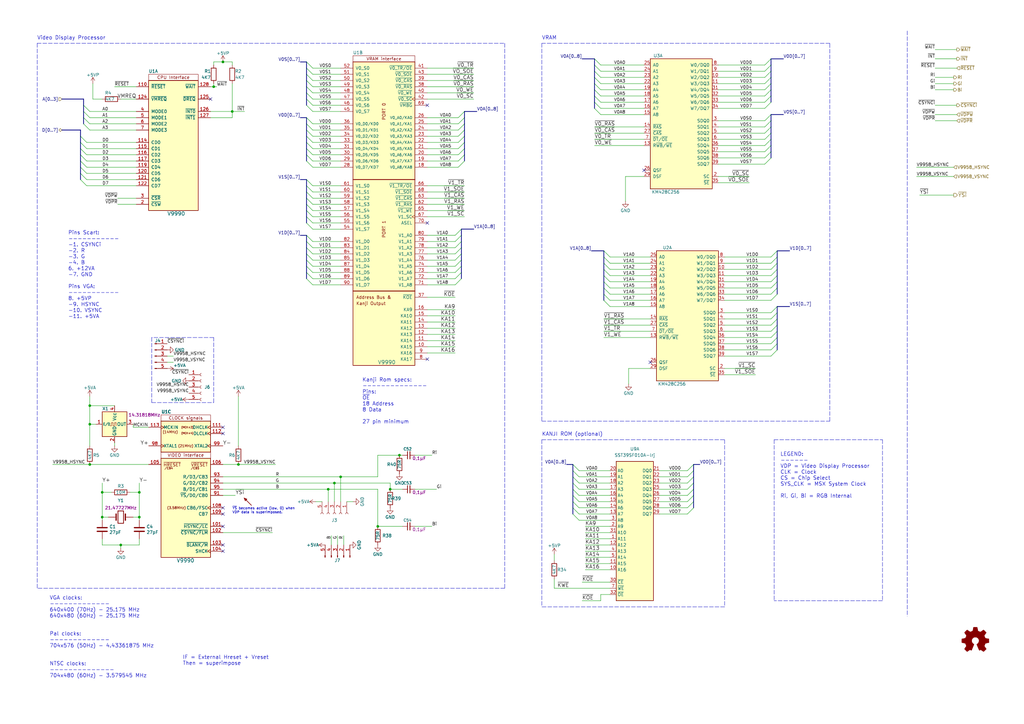
<source format=kicad_sch>
(kicad_sch (version 20211123) (generator eeschema)
  (paper "A3")
  (title_block (title "TRH9000D") (date "2022-12-29") (rev "AB") (comment 2 "Shared under CERN-OHL-S license") (comment 3 "TRH9000 - Open Source MSX Graphics Card based on the Yamaha V9990") (comment 4 "Designed  by: Cristiano Goncalves, Doomn00b, SD_Snatcher & Sunrise"))
  (junction (at 57.15 212.09))
  (junction (at 41.91 212.09))
  (junction (at 134.62 200.66))
  (junction (at 163.83 186.69))
  (junction (at 41.91 201.93))
  (junction (at 57.15 201.93))
  (junction (at 87.63 35.56))
  (junction (at 95.25 45.72))
  (junction (at 97.79 190.5))
  (junction (at 137.16 198.12))
  (junction (at 160.02 200.66))
  (junction (at 139.7 195.58))
  (junction (at 36.83 173.99))
  (junction (at 154.94 215.9))
  (junction (at 91.44 25.4))
  (junction (at 36.83 166.37))
  (junction (at 49.53 223.52))
  (junction (at 36.83 190.5))
  (no_connect (at 86.36 40.64))
  (no_connect (at 266.7 148.59))
  (no_connect (at 175.26 43.18))
  (no_connect (at 91.44 175.26))
  (no_connect (at 91.44 177.8))
  (no_connect (at 91.44 208.28))
  (no_connect (at 91.44 210.82))
  (no_connect (at 264.16 69.85))
  (no_connect (at 91.44 226.06))
  (no_connect (at 91.44 223.52))
  (no_connect (at 175.26 91.44))
  (no_connect (at 175.26 147.32))
  (no_connect (at 91.44 215.9))
  (bus_entry (at 125.73 78.74) (size 2.54 2.54))
  (bus_entry (at 125.73 83.82) (size 2.54 2.54))
  (bus_entry (at 33.02 58.42) (size 2.54 2.54))
  (bus_entry (at 247.65 118.11) (size 2.54 2.54))
  (bus_entry (at 234.95 208.28) (size 2.54 2.54))
  (bus_entry (at 33.02 71.12) (size 2.54 2.54))
  (bus_entry (at 284.48 190.5) (size -2.54 2.54))
  (bus_entry (at 318.77 120.65) (size -2.54 2.54))
  (bus_entry (at 316.23 36.83) (size -2.54 2.54))
  (bus_entry (at 234.95 190.5) (size 2.54 2.54))
  (bus_entry (at 318.77 115.57) (size -2.54 2.54))
  (bus_entry (at 318.77 118.11) (size -2.54 2.54))
  (bus_entry (at 190.5 66.04) (size -2.54 2.54))
  (bus_entry (at 318.77 113.03) (size -2.54 2.54))
  (bus_entry (at 318.77 143.51) (size -2.54 2.54))
  (bus_entry (at 33.02 55.88) (size 2.54 2.54))
  (bus_entry (at 247.65 123.19) (size 2.54 2.54))
  (bus_entry (at 234.95 200.66) (size 2.54 2.54))
  (bus_entry (at 318.77 102.87) (size -2.54 2.54))
  (bus_entry (at 284.48 198.12) (size -2.54 2.54))
  (bus_entry (at 316.23 57.15) (size -2.54 2.54))
  (bus_entry (at 125.73 104.14) (size 2.54 2.54))
  (bus_entry (at 316.23 54.61) (size -2.54 2.54))
  (bus_entry (at 247.65 107.95) (size 2.54 2.54))
  (bus_entry (at 189.23 111.76) (size -2.54 2.54))
  (bus_entry (at 189.23 106.68) (size -2.54 2.54))
  (bus_entry (at 125.73 30.48) (size 2.54 2.54))
  (bus_entry (at 316.23 49.53) (size -2.54 2.54))
  (bus_entry (at 125.73 40.64) (size 2.54 2.54))
  (bus_entry (at 190.5 50.8) (size -2.54 2.54))
  (bus_entry (at 125.73 43.18) (size 2.54 2.54))
  (bus_entry (at 284.48 193.04) (size -2.54 2.54))
  (bus_entry (at 125.73 101.6) (size 2.54 2.54))
  (bus_entry (at 125.73 99.06) (size 2.54 2.54))
  (bus_entry (at 234.95 205.74) (size 2.54 2.54))
  (bus_entry (at 316.23 39.37) (size -2.54 2.54))
  (bus_entry (at 316.23 62.23) (size -2.54 2.54))
  (bus_entry (at 284.48 203.2) (size -2.54 2.54))
  (bus_entry (at 284.48 205.74) (size -2.54 2.54))
  (bus_entry (at 247.65 115.57) (size 2.54 2.54))
  (bus_entry (at 243.84 44.45) (size 2.54 2.54))
  (bus_entry (at 125.73 58.42) (size 2.54 2.54))
  (bus_entry (at 125.73 91.44) (size 2.54 2.54))
  (bus_entry (at 234.95 210.82) (size 2.54 2.54))
  (bus_entry (at 284.48 195.58) (size -2.54 2.54))
  (bus_entry (at 243.84 24.13) (size 2.54 2.54))
  (bus_entry (at 316.23 31.75) (size -2.54 2.54))
  (bus_entry (at 247.65 113.03) (size 2.54 2.54))
  (bus_entry (at 316.23 59.69) (size -2.54 2.54))
  (bus_entry (at 284.48 208.28) (size -2.54 2.54))
  (bus_entry (at 34.29 50.8) (size 2.54 2.54))
  (bus_entry (at 247.65 102.87) (size 2.54 2.54))
  (bus_entry (at 125.73 25.4) (size 2.54 2.54))
  (bus_entry (at 243.84 31.75) (size 2.54 2.54))
  (bus_entry (at 318.77 133.35) (size -2.54 2.54))
  (bus_entry (at 34.29 45.72) (size 2.54 2.54))
  (bus_entry (at 190.5 55.88) (size -2.54 2.54))
  (bus_entry (at 316.23 52.07) (size -2.54 2.54))
  (bus_entry (at 125.73 53.34) (size 2.54 2.54))
  (bus_entry (at 189.23 99.06) (size -2.54 2.54))
  (bus_entry (at 316.23 34.29) (size -2.54 2.54))
  (bus_entry (at 125.73 50.8) (size 2.54 2.54))
  (bus_entry (at 318.77 130.81) (size -2.54 2.54))
  (bus_entry (at 316.23 26.67) (size -2.54 2.54))
  (bus_entry (at 190.5 63.5) (size -2.54 2.54))
  (bus_entry (at 125.73 60.96) (size 2.54 2.54))
  (bus_entry (at 125.73 63.5) (size 2.54 2.54))
  (bus_entry (at 125.73 38.1) (size 2.54 2.54))
  (bus_entry (at 125.73 35.56) (size 2.54 2.54))
  (bus_entry (at 125.73 48.26) (size 2.54 2.54))
  (bus_entry (at 243.84 34.29) (size 2.54 2.54))
  (bus_entry (at 316.23 64.77) (size -2.54 2.54))
  (bus_entry (at 316.23 24.13) (size -2.54 2.54))
  (bus_entry (at 243.84 41.91) (size 2.54 2.54))
  (bus_entry (at 34.29 43.18) (size 2.54 2.54))
  (bus_entry (at 189.23 93.98) (size -2.54 2.54))
  (bus_entry (at 190.5 60.96) (size -2.54 2.54))
  (bus_entry (at 125.73 27.94) (size 2.54 2.54))
  (bus_entry (at 190.5 45.72) (size -2.54 2.54))
  (bus_entry (at 33.02 68.58) (size 2.54 2.54))
  (bus_entry (at 189.23 96.52) (size -2.54 2.54))
  (bus_entry (at 33.02 63.5) (size 2.54 2.54))
  (bus_entry (at 190.5 58.42) (size -2.54 2.54))
  (bus_entry (at 247.65 120.65) (size 2.54 2.54))
  (bus_entry (at 33.02 66.04) (size 2.54 2.54))
  (bus_entry (at 318.77 105.41) (size -2.54 2.54))
  (bus_entry (at 125.73 55.88) (size 2.54 2.54))
  (bus_entry (at 284.48 200.66) (size -2.54 2.54))
  (bus_entry (at 125.73 76.2) (size 2.54 2.54))
  (bus_entry (at 125.73 106.68) (size 2.54 2.54))
  (bus_entry (at 247.65 110.49) (size 2.54 2.54))
  (bus_entry (at 318.77 107.95) (size -2.54 2.54))
  (bus_entry (at 189.23 114.3) (size -2.54 2.54))
  (bus_entry (at 243.84 36.83) (size 2.54 2.54))
  (bus_entry (at 318.77 140.97) (size -2.54 2.54))
  (bus_entry (at 316.23 46.99) (size -2.54 2.54))
  (bus_entry (at 189.23 101.6) (size -2.54 2.54))
  (bus_entry (at 243.84 39.37) (size 2.54 2.54))
  (bus_entry (at 33.02 60.96) (size 2.54 2.54))
  (bus_entry (at 234.95 195.58) (size 2.54 2.54))
  (bus_entry (at 318.77 125.73) (size -2.54 2.54))
  (bus_entry (at 34.29 48.26) (size 2.54 2.54))
  (bus_entry (at 125.73 109.22) (size 2.54 2.54))
  (bus_entry (at 125.73 73.66) (size 2.54 2.54))
  (bus_entry (at 247.65 105.41) (size 2.54 2.54))
  (bus_entry (at 318.77 110.49) (size -2.54 2.54))
  (bus_entry (at 318.77 138.43) (size -2.54 2.54))
  (bus_entry (at 33.02 73.66) (size 2.54 2.54))
  (bus_entry (at 190.5 48.26) (size -2.54 2.54))
  (bus_entry (at 125.73 33.02) (size 2.54 2.54))
  (bus_entry (at 189.23 109.22) (size -2.54 2.54))
  (bus_entry (at 125.73 86.36) (size 2.54 2.54))
  (bus_entry (at 234.95 203.2) (size 2.54 2.54))
  (bus_entry (at 316.23 29.21) (size -2.54 2.54))
  (bus_entry (at 125.73 66.04) (size 2.54 2.54))
  (bus_entry (at 318.77 128.27) (size -2.54 2.54))
  (bus_entry (at 243.84 29.21) (size 2.54 2.54))
  (bus_entry (at 125.73 114.3) (size 2.54 2.54))
  (bus_entry (at 125.73 96.52) (size 2.54 2.54))
  (bus_entry (at 316.23 41.91) (size -2.54 2.54))
  (bus_entry (at 189.23 104.14) (size -2.54 2.54))
  (bus_entry (at 318.77 135.89) (size -2.54 2.54))
  (bus_entry (at 243.84 26.67) (size 2.54 2.54))
  (bus_entry (at 125.73 81.28) (size 2.54 2.54))
  (bus_entry (at 234.95 198.12) (size 2.54 2.54))
  (bus_entry (at 190.5 53.34) (size -2.54 2.54))
  (bus_entry (at 234.95 193.04) (size 2.54 2.54))
  (bus_entry (at 125.73 88.9) (size 2.54 2.54))
  (bus_entry (at 125.73 111.76) (size 2.54 2.54))
  (bus (pts (xy 189.23 96.52) (xy 189.23 99.06)))
  (wire (pts (xy 246.38 46.99) (xy 264.16 46.99)))
  (wire (pts (xy 41.91 201.93) (xy 41.91 212.09)))
  (wire (pts (xy 175.26 129.54) (xy 186.69 129.54)))
  (wire (pts (xy 91.44 218.44) (xy 111.76 218.44)))
  (bus (pts (xy 33.02 68.58) (xy 33.02 71.12)))
  (bus (pts (xy 318.77 133.35) (xy 318.77 135.89)))
  (bus (pts (xy 234.95 190.5) (xy 232.41 190.5)))
  (wire (pts (xy 250.19 205.74) (xy 237.49 205.74)))
  (wire (pts (xy 49.53 224.79) (xy 49.53 223.52)))
  (wire (pts (xy 41.91 220.98) (xy 41.91 223.52)))
  (wire (pts (xy 250.19 123.19) (xy 266.7 123.19)))
  (wire (pts (xy 246.38 26.67) (xy 264.16 26.67)))
  (wire (pts (xy 139.7 83.82) (xy 128.27 83.82)))
  (wire (pts (xy 294.64 29.21) (xy 313.69 29.21)))
  (bus (pts (xy 247.65 115.57) (xy 247.65 118.11)))
  (wire (pts (xy 46.99 35.56) (xy 55.88 35.56)))
  (wire (pts (xy 36.83 173.99) (xy 36.83 182.88)))
  (bus (pts (xy 243.84 24.13) (xy 243.84 26.67)))
  (bus (pts (xy 33.02 60.96) (xy 33.02 63.5)))
  (bus (pts (xy 284.48 200.66) (xy 284.48 203.2)))
  (wire (pts (xy 139.7 55.88) (xy 128.27 55.88)))
  (wire (pts (xy 175.26 111.76) (xy 186.69 111.76)))
  (wire (pts (xy 139.7 50.8) (xy 128.27 50.8)))
  (wire (pts (xy 35.56 63.5) (xy 55.88 63.5)))
  (bus (pts (xy 125.73 50.8) (xy 125.73 53.34)))
  (wire (pts (xy 383.54 46.99) (xy 392.43 46.99)))
  (wire (pts (xy 87.63 34.29) (xy 87.63 35.56)))
  (polyline (pts (xy 372.11 12.7) (xy 372.11 252.73)))
  (wire (pts (xy 95.25 48.26) (xy 95.25 45.72)))
  (bus (pts (xy 243.84 34.29) (xy 243.84 36.83)))
  (wire (pts (xy 139.7 78.74) (xy 128.27 78.74)))
  (wire (pts (xy 297.18 128.27) (xy 316.23 128.27)))
  (wire (pts (xy 294.64 31.75) (xy 313.69 31.75)))
  (bus (pts (xy 316.23 49.53) (xy 316.23 52.07)))
  (polyline (pts (xy 222.25 172.72) (xy 340.36 172.72)))
  (bus (pts (xy 190.5 45.72) (xy 190.5 48.26)))
  (wire (pts (xy 71.12 146.05) (xy 68.58 146.05)))
  (bus (pts (xy 33.02 71.12) (xy 33.02 73.66)))
  (wire (pts (xy 54.61 212.09) (xy 57.15 212.09)))
  (wire (pts (xy 175.26 40.64) (xy 194.31 40.64)))
  (bus (pts (xy 190.5 53.34) (xy 190.5 55.88)))
  (bus (pts (xy 189.23 104.14) (xy 189.23 106.68)))
  (wire (pts (xy 194.31 38.1) (xy 175.26 38.1)))
  (wire (pts (xy 190.5 76.2) (xy 175.26 76.2)))
  (wire (pts (xy 139.7 33.02) (xy 128.27 33.02)))
  (polyline (pts (xy 62.23 165.1) (xy 87.63 165.1)))
  (bus (pts (xy 316.23 59.69) (xy 316.23 62.23)))
  (polyline (pts (xy 317.5 180.34) (xy 361.95 180.34)))
  (wire (pts (xy 238.76 238.76) (xy 250.19 238.76)))
  (bus (pts (xy 247.65 102.87) (xy 247.65 105.41)))
  (wire (pts (xy 91.44 190.5) (xy 97.79 190.5)))
  (bus (pts (xy 316.23 52.07) (xy 316.23 54.61)))
  (bus (pts (xy 234.95 195.58) (xy 234.95 198.12)))
  (wire (pts (xy 87.63 25.4) (xy 87.63 26.67)))
  (bus (pts (xy 284.48 203.2) (xy 284.48 205.74)))
  (wire (pts (xy 297.18 135.89) (xy 316.23 135.89)))
  (wire (pts (xy 139.7 27.94) (xy 128.27 27.94)))
  (bus (pts (xy 318.77 125.73) (xy 318.77 128.27)))
  (wire (pts (xy 294.64 26.67) (xy 313.69 26.67)))
  (wire (pts (xy 294.64 49.53) (xy 313.69 49.53)))
  (bus (pts (xy 247.65 113.03) (xy 247.65 115.57)))
  (wire (pts (xy 137.16 198.12) (xy 160.02 198.12)))
  (polyline (pts (xy 340.36 172.72) (xy 340.36 17.78)))
  (wire (pts (xy 35.56 68.58) (xy 55.88 68.58)))
  (wire (pts (xy 170.18 186.69) (xy 177.165 186.69)))
  (wire (pts (xy 294.64 72.39) (xy 307.34 72.39)))
  (wire (pts (xy 175.26 139.7) (xy 186.69 139.7)))
  (wire (pts (xy 36.83 48.26) (xy 55.88 48.26)))
  (bus (pts (xy 125.73 86.36) (xy 125.73 88.9)))
  (wire (pts (xy 35.56 71.12) (xy 55.88 71.12)))
  (wire (pts (xy 250.19 215.9) (xy 240.03 215.9)))
  (bus (pts (xy 189.23 101.6) (xy 189.23 104.14)))
  (wire (pts (xy 190.5 86.36) (xy 175.26 86.36)))
  (bus (pts (xy 125.73 53.34) (xy 125.73 55.88)))
  (wire (pts (xy 190.5 81.28) (xy 175.26 81.28)))
  (bus (pts (xy 318.77 115.57) (xy 318.77 118.11)))
  (wire (pts (xy 175.26 114.3) (xy 186.69 114.3)))
  (bus (pts (xy 125.73 25.4) (xy 125.73 27.94)))
  (bus (pts (xy 125.73 88.9) (xy 125.73 91.44)))
  (wire (pts (xy 91.44 198.12) (xy 137.16 198.12)))
  (bus (pts (xy 318.77 138.43) (xy 318.77 140.97)))
  (bus (pts (xy 189.23 111.76) (xy 189.23 114.3)))
  (wire (pts (xy 190.5 83.82) (xy 175.26 83.82)))
  (bus (pts (xy 316.23 34.29) (xy 316.23 36.83)))
  (wire (pts (xy 41.91 223.52) (xy 49.53 223.52)))
  (bus (pts (xy 243.84 39.37) (xy 243.84 41.91)))
  (wire (pts (xy 139.7 63.5) (xy 128.27 63.5)))
  (wire (pts (xy 246.38 31.75) (xy 264.16 31.75)))
  (bus (pts (xy 316.23 54.61) (xy 316.23 57.15)))
  (wire (pts (xy 383.54 24.13) (xy 392.43 24.13)))
  (wire (pts (xy 139.7 91.44) (xy 128.27 91.44)))
  (bus (pts (xy 125.73 81.28) (xy 125.73 83.82)))
  (wire (pts (xy 250.19 213.36) (xy 237.49 213.36)))
  (wire (pts (xy 38.1 40.64) (xy 41.91 40.64)))
  (wire (pts (xy 175.26 55.88) (xy 187.96 55.88)))
  (bus (pts (xy 234.95 190.5) (xy 234.95 193.04)))
  (wire (pts (xy 294.64 74.93) (xy 307.34 74.93)))
  (polyline (pts (xy 15.24 17.78) (xy 207.01 17.78)))
  (wire (pts (xy 35.56 58.42) (xy 55.88 58.42)))
  (wire (pts (xy 250.19 195.58) (xy 237.49 195.58)))
  (wire (pts (xy 194.31 27.94) (xy 175.26 27.94)))
  (wire (pts (xy 246.38 39.37) (xy 264.16 39.37)))
  (wire (pts (xy 139.7 60.96) (xy 128.27 60.96)))
  (bus (pts (xy 284.48 190.5) (xy 284.48 193.04)))
  (wire (pts (xy 139.7 114.3) (xy 128.27 114.3)))
  (bus (pts (xy 125.73 35.56) (xy 125.73 38.1)))
  (bus (pts (xy 316.23 29.21) (xy 316.23 31.75)))
  (bus (pts (xy 125.73 73.66) (xy 123.19 73.66)))
  (wire (pts (xy 250.19 233.68) (xy 240.03 233.68)))
  (wire (pts (xy 175.26 63.5) (xy 187.96 63.5)))
  (wire (pts (xy 139.7 104.14) (xy 128.27 104.14)))
  (wire (pts (xy 154.94 186.69) (xy 154.94 195.58)))
  (polyline (pts (xy 361.95 246.38) (xy 317.5 246.38)))
  (bus (pts (xy 318.77 102.87) (xy 323.85 102.87)))
  (wire (pts (xy 270.51 195.58) (xy 281.94 195.58)))
  (bus (pts (xy 125.73 76.2) (xy 125.73 78.74)))
  (wire (pts (xy 383.54 34.29) (xy 391.16 34.29)))
  (wire (pts (xy 175.26 66.04) (xy 187.96 66.04)))
  (bus (pts (xy 189.23 109.22) (xy 189.23 111.76)))
  (bus (pts (xy 247.65 105.41) (xy 247.65 107.95)))
  (bus (pts (xy 247.65 118.11) (xy 247.65 120.65)))
  (wire (pts (xy 264.16 59.69) (xy 243.84 59.69)))
  (wire (pts (xy 294.64 36.83) (xy 313.69 36.83)))
  (bus (pts (xy 190.5 50.8) (xy 190.5 53.34)))
  (wire (pts (xy 49.53 40.64) (xy 55.88 40.64)))
  (wire (pts (xy 139.7 45.72) (xy 128.27 45.72)))
  (wire (pts (xy 139.7 76.2) (xy 128.27 76.2)))
  (bus (pts (xy 318.77 140.97) (xy 318.77 143.51)))
  (wire (pts (xy 297.18 115.57) (xy 316.23 115.57)))
  (bus (pts (xy 318.77 128.27) (xy 318.77 130.81)))
  (wire (pts (xy 250.19 223.52) (xy 240.03 223.52)))
  (wire (pts (xy 383.54 49.53) (xy 392.43 49.53)))
  (wire (pts (xy 86.36 45.72) (xy 95.25 45.72)))
  (wire (pts (xy 227.33 237.49) (xy 227.33 241.3)))
  (bus (pts (xy 125.73 96.52) (xy 125.73 99.06)))
  (bus (pts (xy 125.73 58.42) (xy 125.73 60.96)))
  (wire (pts (xy 250.19 105.41) (xy 266.7 105.41)))
  (wire (pts (xy 38.1 34.29) (xy 38.1 40.64)))
  (wire (pts (xy 175.26 30.48) (xy 194.31 30.48)))
  (wire (pts (xy 270.51 193.04) (xy 281.94 193.04)))
  (wire (pts (xy 294.64 52.07) (xy 313.69 52.07)))
  (wire (pts (xy 154.94 200.66) (xy 154.94 215.9)))
  (wire (pts (xy 297.18 118.11) (xy 316.23 118.11)))
  (bus (pts (xy 33.02 58.42) (xy 33.02 60.96)))
  (wire (pts (xy 250.19 210.82) (xy 237.49 210.82)))
  (wire (pts (xy 45.72 201.93) (xy 41.91 201.93)))
  (wire (pts (xy 57.15 223.52) (xy 57.15 220.98)))
  (bus (pts (xy 125.73 48.26) (xy 125.73 50.8)))
  (bus (pts (xy 316.23 31.75) (xy 316.23 34.29)))
  (wire (pts (xy 250.19 120.65) (xy 266.7 120.65)))
  (wire (pts (xy 256.54 72.39) (xy 264.16 72.39)))
  (wire (pts (xy 48.26 83.82) (xy 55.88 83.82)))
  (bus (pts (xy 189.23 99.06) (xy 189.23 101.6)))
  (wire (pts (xy 139.7 38.1) (xy 128.27 38.1)))
  (wire (pts (xy 175.26 127) (xy 186.69 127)))
  (polyline (pts (xy 87.63 138.43) (xy 62.23 138.43)))
  (wire (pts (xy 139.7 66.04) (xy 128.27 66.04)))
  (bus (pts (xy 125.73 30.48) (xy 125.73 33.02)))
  (wire (pts (xy 297.18 143.51) (xy 316.23 143.51)))
  (bus (pts (xy 318.77 107.95) (xy 318.77 110.49)))
  (bus (pts (xy 125.73 96.52) (xy 123.19 96.52)))
  (wire (pts (xy 246.38 29.21) (xy 264.16 29.21)))
  (wire (pts (xy 266.7 130.81) (xy 247.65 130.81)))
  (wire (pts (xy 129.54 205.74) (xy 132.08 205.74)))
  (wire (pts (xy 266.7 133.35) (xy 247.65 133.35)))
  (bus (pts (xy 247.65 110.49) (xy 247.65 113.03)))
  (wire (pts (xy 138.43 223.52) (xy 138.43 219.71)))
  (wire (pts (xy 175.26 78.74) (xy 190.5 78.74)))
  (wire (pts (xy 139.7 101.6) (xy 128.27 101.6)))
  (bus (pts (xy 190.5 63.5) (xy 190.5 66.04)))
  (polyline (pts (xy 222.25 17.78) (xy 222.25 172.72)))
  (wire (pts (xy 250.19 228.6) (xy 240.03 228.6)))
  (wire (pts (xy 95.25 25.4) (xy 95.25 26.67)))
  (bus (pts (xy 318.77 105.41) (xy 318.77 107.95)))
  (wire (pts (xy 21.59 190.5) (xy 36.83 190.5)))
  (wire (pts (xy 175.26 88.9) (xy 190.5 88.9)))
  (bus (pts (xy 318.77 118.11) (xy 318.77 120.65)))
  (wire (pts (xy 139.7 88.9) (xy 128.27 88.9)))
  (wire (pts (xy 246.38 243.84) (xy 250.19 243.84)))
  (bus (pts (xy 190.5 55.88) (xy 190.5 58.42)))
  (bus (pts (xy 190.5 45.72) (xy 195.58 45.72)))
  (polyline (pts (xy 340.36 17.78) (xy 222.25 17.78)))
  (wire (pts (xy 294.64 54.61) (xy 313.69 54.61)))
  (wire (pts (xy 41.91 212.09) (xy 44.45 212.09)))
  (wire (pts (xy 250.19 218.44) (xy 240.03 218.44)))
  (bus (pts (xy 284.48 205.74) (xy 284.48 208.28)))
  (wire (pts (xy 175.26 109.22) (xy 186.69 109.22)))
  (wire (pts (xy 41.91 198.12) (xy 41.91 201.93)))
  (wire (pts (xy 246.38 34.29) (xy 264.16 34.29)))
  (bus (pts (xy 234.95 198.12) (xy 234.95 200.66)))
  (polyline (pts (xy 222.25 180.34) (xy 222.25 248.92)))
  (bus (pts (xy 284.48 190.5) (xy 287.02 190.5)))
  (wire (pts (xy 246.38 36.83) (xy 264.16 36.83)))
  (wire (pts (xy 250.19 200.66) (xy 237.49 200.66)))
  (wire (pts (xy 375.92 68.58) (xy 391.16 68.58)))
  (wire (pts (xy 250.19 198.12) (xy 237.49 198.12)))
  (wire (pts (xy 35.56 60.96) (xy 55.88 60.96)))
  (wire (pts (xy 270.51 198.12) (xy 281.94 198.12)))
  (wire (pts (xy 297.18 146.05) (xy 316.23 146.05)))
  (bus (pts (xy 125.73 101.6) (xy 125.73 104.14)))
  (wire (pts (xy 139.7 205.74) (xy 139.7 195.58)))
  (polyline (pts (xy 297.18 180.34) (xy 297.18 248.92)))
  (wire (pts (xy 377.19 80.01) (xy 391.16 80.01)))
  (bus (pts (xy 125.73 104.14) (xy 125.73 106.68)))
  (wire (pts (xy 383.54 27.94) (xy 392.43 27.94)))
  (wire (pts (xy 250.19 118.11) (xy 266.7 118.11)))
  (bus (pts (xy 125.73 111.76) (xy 125.73 114.3)))
  (wire (pts (xy 297.18 110.49) (xy 316.23 110.49)))
  (wire (pts (xy 297.18 133.35) (xy 316.23 133.35)))
  (bus (pts (xy 190.5 58.42) (xy 190.5 60.96)))
  (bus (pts (xy 125.73 33.02) (xy 125.73 35.56)))
  (bus (pts (xy 243.84 26.67) (xy 243.84 29.21)))
  (wire (pts (xy 91.44 203.2) (xy 96.52 203.2)))
  (wire (pts (xy 139.7 35.56) (xy 128.27 35.56)))
  (wire (pts (xy 36.83 53.34) (xy 55.88 53.34)))
  (wire (pts (xy 294.64 62.23) (xy 313.69 62.23)))
  (wire (pts (xy 250.19 220.98) (xy 240.03 220.98)))
  (wire (pts (xy 294.64 39.37) (xy 313.69 39.37)))
  (bus (pts (xy 190.5 60.96) (xy 190.5 63.5)))
  (bus (pts (xy 125.73 48.26) (xy 123.19 48.26)))
  (wire (pts (xy 139.7 99.06) (xy 128.27 99.06)))
  (wire (pts (xy 139.7 116.84) (xy 128.27 116.84)))
  (bus (pts (xy 125.73 83.82) (xy 125.73 86.36)))
  (wire (pts (xy 175.26 144.78) (xy 186.69 144.78)))
  (wire (pts (xy 266.7 135.89) (xy 247.65 135.89)))
  (wire (pts (xy 250.19 110.49) (xy 266.7 110.49)))
  (wire (pts (xy 383.54 36.83) (xy 391.16 36.83)))
  (wire (pts (xy 294.64 44.45) (xy 313.69 44.45)))
  (bus (pts (xy 316.23 36.83) (xy 316.23 39.37)))
  (wire (pts (xy 246.38 246.38) (xy 238.76 246.38)))
  (wire (pts (xy 294.64 67.31) (xy 313.69 67.31)))
  (wire (pts (xy 175.26 58.42) (xy 187.96 58.42)))
  (bus (pts (xy 243.84 36.83) (xy 243.84 39.37)))
  (bus (pts (xy 125.73 63.5) (xy 125.73 66.04)))
  (wire (pts (xy 91.44 200.66) (xy 134.62 200.66)))
  (wire (pts (xy 175.26 60.96) (xy 187.96 60.96)))
  (wire (pts (xy 175.26 116.84) (xy 186.69 116.84)))
  (wire (pts (xy 383.54 43.18) (xy 392.43 43.18)))
  (bus (pts (xy 234.95 200.66) (xy 234.95 203.2)))
  (wire (pts (xy 294.64 59.69) (xy 313.69 59.69)))
  (bus (pts (xy 284.48 198.12) (xy 284.48 200.66)))
  (wire (pts (xy 87.63 25.4) (xy 91.44 25.4)))
  (bus (pts (xy 34.29 45.72) (xy 34.29 48.26)))
  (polyline (pts (xy 297.18 248.92) (xy 222.25 248.92)))
  (wire (pts (xy 54.61 175.26) (xy 54.61 173.99)))
  (wire (pts (xy 175.26 53.34) (xy 187.96 53.34)))
  (wire (pts (xy 250.19 231.14) (xy 240.03 231.14)))
  (bus (pts (xy 125.73 27.94) (xy 125.73 30.48)))
  (wire (pts (xy 179.07 200.66) (xy 170.18 200.66)))
  (wire (pts (xy 160.02 200.66) (xy 165.1 200.66)))
  (wire (pts (xy 41.91 212.09) (xy 41.91 213.36)))
  (wire (pts (xy 175.26 99.06) (xy 186.69 99.06)))
  (polyline (pts (xy 207.01 17.78) (xy 207.01 241.3)))
  (wire (pts (xy 297.18 153.67) (xy 309.88 153.67)))
  (wire (pts (xy 36.83 162.56) (xy 36.83 166.37)))
  (wire (pts (xy 177.165 215.9) (xy 170.18 215.9)))
  (bus (pts (xy 125.73 73.66) (xy 125.73 76.2)))
  (bus (pts (xy 190.5 48.26) (xy 190.5 50.8)))
  (wire (pts (xy 86.36 35.56) (xy 87.63 35.56)))
  (wire (pts (xy 36.83 50.8) (xy 55.88 50.8)))
  (wire (pts (xy 383.54 31.75) (xy 391.16 31.75)))
  (wire (pts (xy 250.19 113.03) (xy 266.7 113.03)))
  (wire (pts (xy 87.63 35.56) (xy 88.9 35.56)))
  (wire (pts (xy 139.7 109.22) (xy 128.27 109.22)))
  (bus (pts (xy 318.77 110.49) (xy 318.77 113.03)))
  (wire (pts (xy 297.18 151.13) (xy 309.88 151.13)))
  (wire (pts (xy 383.54 20.32) (xy 392.43 20.32)))
  (wire (pts (xy 95.25 45.72) (xy 100.33 45.72)))
  (bus (pts (xy 189.23 93.98) (xy 194.31 93.98)))
  (wire (pts (xy 175.26 104.14) (xy 186.69 104.14)))
  (wire (pts (xy 57.15 201.93) (xy 57.15 212.09)))
  (bus (pts (xy 125.73 60.96) (xy 125.73 63.5)))
  (wire (pts (xy 71.12 148.59) (xy 68.58 148.59)))
  (wire (pts (xy 97.79 190.5) (xy 113.03 190.5)))
  (wire (pts (xy 246.38 246.38) (xy 246.38 243.84)))
  (wire (pts (xy 194.31 33.02) (xy 175.26 33.02)))
  (polyline (pts (xy 317.5 180.34) (xy 317.5 246.38)))
  (bus (pts (xy 234.95 203.2) (xy 234.95 205.74)))
  (wire (pts (xy 134.62 200.66) (xy 154.94 200.66)))
  (wire (pts (xy 297.18 105.41) (xy 316.23 105.41)))
  (wire (pts (xy 250.19 226.06) (xy 240.03 226.06)))
  (bus (pts (xy 318.77 125.73) (xy 323.85 125.73)))
  (wire (pts (xy 270.51 205.74) (xy 281.94 205.74)))
  (bus (pts (xy 318.77 130.81) (xy 318.77 133.35)))
  (wire (pts (xy 250.19 125.73) (xy 266.7 125.73)))
  (wire (pts (xy 91.44 25.4) (xy 95.25 25.4)))
  (bus (pts (xy 316.23 46.99) (xy 321.31 46.99)))
  (bus (pts (xy 234.95 205.74) (xy 234.95 208.28)))
  (bus (pts (xy 34.29 40.64) (xy 34.29 43.18)))
  (bus (pts (xy 247.65 102.87) (xy 242.57 102.87)))
  (wire (pts (xy 175.26 142.24) (xy 186.69 142.24)))
  (wire (pts (xy 250.19 208.28) (xy 237.49 208.28)))
  (wire (pts (xy 36.83 190.5) (xy 60.96 190.5)))
  (wire (pts (xy 175.26 68.58) (xy 187.96 68.58)))
  (wire (pts (xy 139.7 40.64) (xy 128.27 40.64)))
  (wire (pts (xy 270.51 200.66) (xy 281.94 200.66)))
  (bus (pts (xy 234.95 208.28) (xy 234.95 210.82)))
  (wire (pts (xy 175.26 50.8) (xy 187.96 50.8)))
  (polyline (pts (xy 15.24 17.78) (xy 15.24 241.3)))
  (wire (pts (xy 49.53 223.52) (xy 57.15 223.52)))
  (wire (pts (xy 175.26 106.68) (xy 186.69 106.68)))
  (wire (pts (xy 163.83 186.69) (xy 165.1 186.69)))
  (bus (pts (xy 33.02 66.04) (xy 33.02 68.58)))
  (wire (pts (xy 294.64 34.29) (xy 313.69 34.29)))
  (wire (pts (xy 270.51 203.2) (xy 281.94 203.2)))
  (wire (pts (xy 139.7 81.28) (xy 128.27 81.28)))
  (wire (pts (xy 294.64 41.91) (xy 313.69 41.91)))
  (wire (pts (xy 139.7 30.48) (xy 128.27 30.48)))
  (bus (pts (xy 316.23 24.13) (xy 321.31 24.13)))
  (bus (pts (xy 316.23 62.23) (xy 316.23 64.77)))
  (bus (pts (xy 125.73 109.22) (xy 125.73 111.76)))
  (wire (pts (xy 175.26 48.26) (xy 187.96 48.26)))
  (polyline (pts (xy 222.25 180.34) (xy 297.18 180.34)))
  (bus (pts (xy 33.02 53.34) (xy 33.02 55.88)))
  (wire (pts (xy 140.97 223.52) (xy 140.97 219.71)))
  (bus (pts (xy 234.95 193.04) (xy 234.95 195.58)))
  (wire (pts (xy 256.54 72.39) (xy 256.54 82.55)))
  (bus (pts (xy 189.23 93.98) (xy 189.23 96.52)))
  (wire (pts (xy 60.96 175.26) (xy 54.61 175.26)))
  (polyline (pts (xy 87.63 165.1) (xy 87.63 138.43)))
  (wire (pts (xy 95.25 34.29) (xy 95.25 45.72)))
  (bus (pts (xy 125.73 55.88) (xy 125.73 58.42)))
  (wire (pts (xy 46.99 181.61) (xy 46.99 182.88)))
  (wire (pts (xy 139.7 111.76) (xy 128.27 111.76)))
  (wire (pts (xy 137.16 205.74) (xy 137.16 198.12)))
  (bus (pts (xy 316.23 39.37) (xy 316.23 41.91)))
  (wire (pts (xy 227.33 227.33) (xy 227.33 229.87)))
  (wire (pts (xy 297.18 130.81) (xy 316.23 130.81)))
  (wire (pts (xy 144.78 205.74) (xy 142.24 205.74)))
  (wire (pts (xy 91.44 195.58) (xy 139.7 195.58)))
  (bus (pts (xy 125.73 78.74) (xy 125.73 81.28)))
  (wire (pts (xy 36.83 166.37) (xy 46.99 166.37)))
  (wire (pts (xy 139.7 43.18) (xy 128.27 43.18)))
  (wire (pts (xy 175.26 132.08) (xy 186.69 132.08)))
  (wire (pts (xy 264.16 57.15) (xy 243.84 57.15)))
  (wire (pts (xy 139.7 53.34) (xy 128.27 53.34)))
  (wire (pts (xy 154.94 215.9) (xy 165.1 215.9)))
  (wire (pts (xy 36.83 173.99) (xy 36.83 166.37)))
  (bus (pts (xy 125.73 40.64) (xy 125.73 43.18)))
  (wire (pts (xy 297.18 123.19) (xy 316.23 123.19)))
  (bus (pts (xy 247.65 120.65) (xy 247.65 123.19)))
  (wire (pts (xy 250.19 107.95) (xy 266.7 107.95)))
  (wire (pts (xy 48.26 81.28) (xy 55.88 81.28)))
  (wire (pts (xy 297.18 140.97) (xy 316.23 140.97)))
  (bus (pts (xy 243.84 24.13) (xy 238.76 24.13)))
  (bus (pts (xy 316.23 26.67) (xy 316.23 29.21)))
  (wire (pts (xy 250.19 203.2) (xy 237.49 203.2)))
  (bus (pts (xy 318.77 102.87) (xy 318.77 105.41)))
  (wire (pts (xy 175.26 96.52) (xy 186.69 96.52)))
  (bus (pts (xy 125.73 106.68) (xy 125.73 109.22)))
  (bus (pts (xy 243.84 41.91) (xy 243.84 44.45)))
  (wire (pts (xy 36.83 173.99) (xy 39.37 173.99)))
  (bus (pts (xy 316.23 24.13) (xy 316.23 26.67)))
  (bus (pts (xy 316.23 46.99) (xy 316.23 49.53)))
  (bus (pts (xy 247.65 107.95) (xy 247.65 110.49)))
  (wire (pts (xy 139.7 58.42) (xy 128.27 58.42)))
  (wire (pts (xy 264.16 54.61) (xy 243.84 54.61)))
  (bus (pts (xy 34.29 43.18) (xy 34.29 45.72)))
  (bus (pts (xy 316.23 57.15) (xy 316.23 59.69)))
  (polyline (pts (xy 62.23 138.43) (xy 62.23 165.1)))
  (wire (pts (xy 297.18 113.03) (xy 316.23 113.03)))
  (wire (pts (xy 297.18 138.43) (xy 316.23 138.43)))
  (wire (pts (xy 246.38 44.45) (xy 264.16 44.45)))
  (bus (pts (xy 25.4 40.64) (xy 34.29 40.64)))
  (bus (pts (xy 34.29 48.26) (xy 34.29 50.8)))
  (wire (pts (xy 175.26 137.16) (xy 186.69 137.16)))
  (wire (pts (xy 175.26 101.6) (xy 186.69 101.6)))
  (wire (pts (xy 266.7 138.43) (xy 247.65 138.43)))
  (wire (pts (xy 57.15 198.12) (xy 57.15 201.93)))
  (wire (pts (xy 264.16 52.07) (xy 243.84 52.07)))
  (bus (pts (xy 243.84 29.21) (xy 243.84 31.75)))
  (wire (pts (xy 134.62 200.66) (xy 134.62 205.74)))
  (wire (pts (xy 175.26 134.62) (xy 186.69 134.62)))
  (polyline (pts (xy 207.01 241.3) (xy 15.24 241.3)))
  (bus (pts (xy 33.02 55.88) (xy 33.02 58.42)))
  (wire (pts (xy 57.15 212.09) (xy 57.15 213.36)))
  (wire (pts (xy 250.19 193.04) (xy 237.49 193.04)))
  (bus (pts (xy 284.48 195.58) (xy 284.48 198.12)))
  (wire (pts (xy 97.79 162.56) (xy 97.79 182.88)))
  (bus (pts (xy 125.73 99.06) (xy 125.73 101.6)))
  (wire (pts (xy 294.64 57.15) (xy 313.69 57.15)))
  (wire (pts (xy 36.83 45.72) (xy 55.88 45.72)))
  (bus (pts (xy 125.73 25.4) (xy 123.19 25.4)))
  (bus (pts (xy 33.02 53.34) (xy 25.4 53.34)))
  (wire (pts (xy 35.56 76.2) (xy 55.88 76.2)))
  (wire (pts (xy 257.81 151.13) (xy 266.7 151.13)))
  (bus (pts (xy 318.77 135.89) (xy 318.77 138.43)))
  (wire (pts (xy 154.94 186.69) (xy 163.83 186.69)))
  (wire (pts (xy 35.56 66.04) (xy 55.88 66.04)))
  (wire (pts (xy 375.92 72.39) (xy 391.16 72.39)))
  (wire (pts (xy 139.7 68.58) (xy 128.27 68.58)))
  (wire (pts (xy 139.7 86.36) (xy 128.27 86.36)))
  (wire (pts (xy 53.34 201.93) (xy 57.15 201.93)))
  (wire (pts (xy 227.33 241.3) (xy 250.19 241.3)))
  (wire (pts (xy 139.7 93.98) (xy 128.27 93.98)))
  (bus (pts (xy 189.23 106.68) (xy 189.23 109.22)))
  (wire (pts (xy 297.18 107.95) (xy 316.23 107.95)))
  (bus (pts (xy 318.77 113.03) (xy 318.77 115.57)))
  (wire (pts (xy 194.31 35.56) (xy 175.26 35.56)))
  (wire (pts (xy 160.02 198.12) (xy 160.02 200.66)))
  (wire (pts (xy 139.7 195.58) (xy 154.94 195.58)))
  (wire (pts (xy 257.81 151.13) (xy 257.81 157.48)))
  (wire (pts (xy 250.19 115.57) (xy 266.7 115.57)))
  (wire (pts (xy 297.18 120.65) (xy 316.23 120.65)))
  (wire (pts (xy 139.7 106.68) (xy 128.27 106.68)))
  (wire (pts (xy 294.64 64.77) (xy 313.69 64.77)))
  (wire (pts (xy 86.36 48.26) (xy 95.25 48.26)))
  (bus (pts (xy 33.02 63.5) (xy 33.02 66.04)))
  (wire (pts (xy 35.56 73.66) (xy 55.88 73.66)))
  (wire (pts (xy 246.38 41.91) (xy 264.16 41.91)))
  (bus (pts (xy 284.48 193.04) (xy 284.48 195.58)))
  (wire (pts (xy 135.89 219.71) (xy 135.89 223.52)))
  (wire (pts (xy 270.51 210.82) (xy 281.94 210.82)))
  (wire (pts (xy 270.51 208.28) (xy 281.94 208.28)))
  (bus (pts (xy 243.84 31.75) (xy 243.84 34.29)))
  (wire (pts (xy 175.26 121.92) (xy 186.69 121.92)))
  (polyline (pts (xy 361.95 180.34) (xy 361.95 246.38)))
  (bus (pts (xy 125.73 38.1) (xy 125.73 40.64)))
  (text "Kanji Rom specs:\n--------------\nPins:\n~{OE}\n18 Address\n8 Data\n\n27 pin minimum" (at 148.59 173.99 0) (effects (font (size 1.524 1.524)) (justify left bottom)))
  (text "IF = External Hreset + Vreset\nThen = superimpose" (at 74.93 273.05 0) (effects (font (size 1.524 1.524)) (justify left bottom)))
  (text "Pins Scart:\n-----------\n-1. CSYNCi\n-2. R\n-3. G\n-4. B\n6. +12VA\n-7. GND\n\nPins VGA:\n-----------\n8. +5VP\n-9. HSYNC\n-10. VSYNC\n-11. +5VA" (at 27.94 130.81 0) (effects (font (size 1.524 1.524)) (justify left bottom)))
  (text "KANJI ROM (optional)" (at 222.25 179.07 0) (effects (font (size 1.524 1.524)) (justify left bottom)))
  (text "~{YS} becomes active (low, 0) when\nVDP data is superimposed." (at 95.25 210.82 0) (effects (font (size 1 1)) (justify left bottom)))
  (text "LEGEND:\n------\nVDP = Video Display Processor\nCLK = Clock\nCS = Chip Select\nSYS_CLK = MSX System Clock\n\nRi, Gi, Bi = RGB Internal" (at 320.04 204.47 0) (effects (font (size 1.524 1.524)) (justify left bottom)))
  (text "VGA clocks:\n-------------\n640x400 (70Hz) - 25.175 MHz\n640x480 (60Hz) - 25.175 MHz\n\n\nPal clocks:\n-------------\n704x576 (50Hz) - 4.43361875 MHz\n\n\nNTSC clocks:\n--------------\n704x480 (60Hz) - 3.579545 MHz" (at 20.32 278.13 0) (effects (font (size 1.524 1.524)) (justify left bottom)))
  (text "VRAM" (at 222.25 16.51 0) (effects (font (size 1.524 1.524)) (justify left bottom)))
  (text "Video Display Processor" (at 15.24 16.51 0) (effects (font (size 1.524 1.524)) (justify left bottom)))
  (label "V0D3" (at 135.89 58.42 180))
  (label "~{V1_CAS}" (at 247.65 133.35 0) (effects (font (size 1.524 1.524))))
  (label "V0A2" (at 180.34 53.34 0))
  (label "V1A8" (at 260.35 125.73 180))
  (label "V0D4" (at 303.53 36.83 0))
  (label "V0A3" (at 245.11 200.66 180))
  (label "V0D0" (at 274.32 193.04 0))
  (label "V1S[0..7]" (at 323.85 125.73 0))
  (label "Y-" (at 57.15 198.12 0) (effects (font (size 1.524 1.524))))
  (label "~{VDPW}" (at 383.54 46.99 180))
  (label "V0D1" (at 303.53 29.21 0))
  (label "~{VO_SOE}" (at 307.34 74.93 180) (effects (font (size 1.524 1.524))))
  (label "V0D1" (at 135.89 53.34 180))
  (label "V0D1" (at 274.32 195.58 0))
  (label "~{V0_SC}" (at 194.31 40.64 180) (effects (font (size 1.524 1.524))))
  (label "V1D6" (at 135.89 114.3 180))
  (label "~{V1_WE}" (at 247.65 138.43 0) (effects (font (size 1.524 1.524))))
  (label "V0D6" (at 135.89 66.04 180))
  (label "~{V1_TR}" (at 190.5 76.2 180) (effects (font (size 1.524 1.524))))
  (label "V1S4" (at 135.89 86.36 180))
  (label "V0A1" (at 245.11 195.58 180))
  (label "V0A[0..8]" (at 232.41 190.5 180))
  (label "V0S5" (at 303.53 62.23 0))
  (label "A1" (at 41.91 48.26 0))
  (label "V1S2" (at 306.07 133.35 0))
  (label "V0A6" (at 245.11 208.28 180))
  (label "V0S[0..7]" (at 321.31 46.99 0))
  (label "V0A2" (at 256.54 31.75 180))
  (label "~{RESET}" (at 46.99 35.56 0))
  (label "V1A[0..8]" (at 242.57 102.87 180))
  (label "V0S4" (at 135.89 38.1 180))
  (label "V1A6" (at 260.35 120.65 180))
  (label "V1S3" (at 306.07 135.89 0))
  (label "V1A8" (at 179.07 116.84 0))
  (label "D1" (at 41.91 60.96 0))
  (label "V0D4" (at 135.89 60.96 180))
  (label "V9958_VSYNC" (at 71.12 148.59 0))
  (label "V1S7" (at 306.07 146.05 0))
  (label "V1D[0..7]" (at 323.85 102.87 0))
  (label "V0A8" (at 245.11 213.36 180))
  (label "V1A1" (at 179.07 99.06 0))
  (label "Y+" (at 60.96 182.88 180) (effects (font (size 1.524 1.524))))
  (label "B" (at 113.03 200.66 0))
  (label "V0D5" (at 274.32 205.74 0))
  (label "A0" (at 41.91 45.72 0))
  (label "V0A3" (at 256.54 34.29 180))
  (label "V0D5" (at 303.53 39.37 0))
  (label "~{V1_RAS}" (at 247.65 130.81 0) (effects (font (size 1.524 1.524))))
  (label "MCKIN" (at 54.61 175.26 0))
  (label "V1A0" (at 179.07 96.52 0))
  (label "V0A0" (at 256.54 26.67 180))
  (label "V1S0" (at 135.89 76.2 180))
  (label "KA12" (at 240.03 223.52 0) (effects (font (size 1.524 1.524))))
  (label "~{CSYNCi}" (at 77.47 153.67 180))
  (label "V1A[0..8]" (at 194.31 93.98 0))
  (label "~{V0_TR}" (at 243.84 57.15 0) (effects (font (size 1.524 1.524))))
  (label "V0S1" (at 135.89 30.48 180))
  (label "V0D3" (at 303.53 34.29 0))
  (label "V9958_VSYNC" (at 375.92 72.39 0))
  (label "V0A4" (at 180.34 58.42 0))
  (label "V1D3" (at 306.07 113.03 0))
  (label "~{YSi}" (at 377.19 80.01 0) (effects (font (size 1.524 1.524))))
  (label "V9958_HSYNC" (at 77.47 158.75 180))
  (label "V0A0" (at 180.34 48.26 0))
  (label "KA10" (at 240.03 218.44 0) (effects (font (size 1.524 1.524))))
  (label "V1A2" (at 260.35 110.49 180))
  (label "V0S3" (at 135.89 35.56 180))
  (label "R" (at 113.03 195.58 0))
  (label "V0A6" (at 180.34 63.5 0))
  (label "V1A4" (at 260.35 115.57 180))
  (label "KA16" (at 240.03 233.68 0) (effects (font (size 1.524 1.524))))
  (label "~{VDPR}" (at 383.54 49.53 180))
  (label "~{V1_WE}" (at 190.5 86.36 180) (effects (font (size 1.524 1.524))))
  (label "V0D3" (at 274.32 200.66 0))
  (label "V0D5" (at 135.89 63.5 180))
  (label "V0D7" (at 135.89 68.58 180))
  (label "V0S3" (at 303.53 57.15 0))
  (label "V0A8" (at 180.34 68.58 0))
  (label "KA12" (at 186.69 134.62 180) (effects (font (size 1.524 1.524))))
  (label "KA15" (at 186.69 142.24 180) (effects (font (size 1.524 1.524))))
  (label "V0S2" (at 303.53 54.61 0))
  (label "V0D[0..7]" (at 321.31 24.13 0))
  (label "D5" (at 41.91 71.12 0))
  (label "V1D1" (at 306.07 107.95 0))
  (label "~{V0_CAS}" (at 243.84 54.61 0) (effects (font (size 1.524 1.524))))
  (label "V0S6" (at 135.89 43.18 180))
  (label "V1D2" (at 306.07 110.49 0))
  (label "V9958_HSYNC" (at 71.12 146.05 0))
  (label "~{V0_RAS}" (at 243.84 52.07 0) (effects (font (size 1.524 1.524))))
  (label "~{KOE}" (at 238.76 238.76 0) (effects (font (size 1.524 1.524))))
  (label "~{INT}" (at 100.33 45.72 180))
  (label "~{WAIT}" (at 88.9 35.56 0))
  (label "V1D1" (at 135.89 101.6 180))
  (label "Y+" (at 41.91 198.12 0) (effects (font (size 1.524 1.524))))
  (label "V0D[0..7]" (at 123.19 48.26 180))
  (label "V1S5" (at 306.07 140.97 0))
  (label "V0A4" (at 245.11 203.2 180))
  (label "V1A0" (at 260.35 105.41 180))
  (label "V1D5" (at 135.89 111.76 180))
  (label "KA9" (at 240.03 215.9 0) (effects (font (size 1.524 1.524))))
  (label "~{WAIT}" (at 383.54 20.32 180))
  (label "V0D4" (at 274.32 203.2 0))
  (label "D0" (at 41.91 58.42 0))
  (label "V0A7" (at 245.11 210.82 180))
  (label "V1D5" (at 306.07 118.11 0))
  (label "~{V0_RAS}" (at 194.31 35.56 180) (effects (font (size 1.524 1.524))))
  (label "V9958_VSYNC" (at 77.47 161.29 180))
  (label "A2" (at 41.91 50.8 0))
  (label "V0S5" (at 135.89 40.64 180))
  (label "V0A5" (at 180.34 60.96 0))
  (label "V1D4" (at 306.07 115.57 0))
  (label "V1A1" (at 260.35 107.95 180))
  (label "V0S[0..7]" (at 123.19 25.4 180))
  (label "V0A6" (at 256.54 41.91 180))
  (label "V9958_HSYNC" (at 21.59 190.5 0))
  (label "V1S6" (at 306.07 143.51 0))
  (label "V0S1" (at 303.53 52.07 0))
  (label "~{V0_WE}" (at 194.31 38.1 180) (effects (font (size 1.524 1.524))))
  (label "V1A4" (at 179.07 106.68 0))
  (label "~{V1_RAS}" (at 190.5 83.82 180) (effects (font (size 1.524 1.524))))
  (label "~{VDPW}" (at 48.26 81.28 180))
  (label "V1D4" (at 135.89 109.22 180))
  (label "Gi" (at 179.07 200.66 0))
  (label "V1S1" (at 135.89 78.74 180))
  (label "A3" (at 41.91 53.34 0))
  (label "B" (at 135.89 219.71 270))
  (label "V0A1" (at 180.34 50.8 0))
  (label "R" (at 140.97 219.71 270))
  (label "KA9" (at 186.69 127 180) (effects (font (size 1.524 1.524))))
  (label "~{KOE}" (at 238.76 246.38 0) (effects (font (size 1.524 1.524))))
  (label "~{CSYNCi}" (at 68.58 140.97 0))
  (label "D3" (at 41.91 66.04 0))
  (label "V0A[0..8]" (at 195.58 45.72 0))
  (label "V1D0" (at 135.89 99.06 180))
  (label "V0D6" (at 274.32 208.28 0))
  (label "V1A5" (at 179.07 109.22 0))
  (label "~{KOE}" (at 186.69 121.92 180) (effects (font (size 1.524 1.524))))
  (label "V1D7" (at 135.89 116.84 180))
  (label "~{V0_TR}" (at 194.31 27.94 180) (effects (font (size 1.524 1.524))))
  (label "V1S2" (at 135.89 81.28 180))
  (label "V0A5" (at 256.54 39.37 180))
  (label "Y-" (at 91.44 182.88 0) (effects (font (size 1.524 1.524))))
  (label "V0A[0..8]" (at 238.76 24.13 180))
  (label "V0S4" (at 303.53 59.69 0))
  (label "~{V1_SOE}" (at 309.88 153.67 180) (effects (font (size 1.524 1.524))))
  (label "~{RESET}" (at 383.54 27.94 180))
  (label "~{V1_CAS}" (at 190.5 81.28 180) (effects (font (size 1.524 1.524))))
  (label "V1D6" (at 306.07 120.65 0))
  (label "V0S6" (at 303.53 64.77 0))
  (label "KA15" (at 240.03 231.14 0) (effects (font (size 1.524 1.524))))
  (label "V0S0" (at 303.53 49.53 0))
  (label "V0D2" (at 274.32 198.12 0))
  (label "V1S4" (at 306.07 138.43 0))
  (label "V1A7" (at 179.07 114.3 0))
  (label "V0A3" (at 180.34 55.88 0))
  (label "V1A5" (at 260.35 118.11 180))
  (label "~{V0_WE}" (at 243.84 59.69 0) (effects (font (size 1.524 1.524))))
  (label "V0D2" (at 303.53 31.75 0))
  (label "KA13" (at 240.03 226.06 0) (effects (font (size 1.524 1.524))))
  (label "KA13" (at 186.69 137.16 180) (effects (font (size 1.524 1.524))))
  (label "V0A5" (at 245.11 205.74 180))
  (label "~{V1_TR}" (at 247.65 135.89 0) (effects (font (size 1.524 1.524))))
  (label "V1S0" (at 306.07 128.27 0))
  (label "V0S2" (at 135.89 33.02 180))
  (label "Bi" (at 383.54 36.83 180))
  (label "D4" (at 41.91 68.58 0))
  (label "V0A7" (at 180.34 66.04 0))
  (label "V1S6" (at 135.89 91.44 180))
  (label "V0D0" (at 135.89 50.8 180))
  (label "V1A7" (at 260.35 123.19 180))
  (label "G" (at 113.03 198.12 0))
  (label "KA16" (at 186.69 144.78 180) (effects (font (size 1.524 1.524))))
  (label "Gi" (at 383.54 34.29 180))
  (label "V1D2" (at 135.89 104.14 180))
  (label "~{INT}" (at 383.54 24.13 180))
  (label "V0S7" (at 303.53 67.31 0))
  (label "~{VO_SOE}" (at 194.31 30.48 180) (effects (font (size 1.524 1.524))))
  (label "V0A0" (at 245.11 193.04 180))
  (label "V9958_HSYNC" (at 375.92 68.58 0))
  (label "V0D6" (at 303.53 41.91 0))
  (label "V1S3" (at 135.89 83.82 180))
  (label "~{V1_SOE}" (at 190.5 78.74 180) (effects (font (size 1.524 1.524))))
  (label "~{V1_SC}" (at 190.5 88.9 180) (effects (font (size 1.524 1.524))))
  (label "~{YSi}" (at 96.52 203.2 0) (effects (font (size 1.524 1.524))))
  (label "~{KWE}" (at 228.6 241.3 0) (effects (font (size 1.524 1.524))))
  (label "D7" (at 41.91 76.2 0))
  (label "G" (at 138.43 219.71 270))
  (label "~{CSYNCi}" (at 383.54 43.18 180))
  (label "V1D3" (at 135.89 106.68 180))
  (label "V1A2" (at 179.07 101.6 0))
  (label "~{CSYNCi}" (at 111.76 218.44 180))
  (label "V0A4" (at 256.54 36.83 180))
  (label "V0A2" (at 245.11 198.12 180))
  (label "~{V1_SC}" (at 309.88 151.13 180) (effects (font (size 1.524 1.524))))
  (label "Ri" (at 177.165 186.69 0))
  (label "V1D7" (at 306.07 123.19 0))
  (label "KA11" (at 186.69 132.08 180) (effects (font (size 1.524 1.524))))
  (label "V0D[0..7]" (at 287.02 190.5 0))
  (label "V1A3" (at 179.07 104.14 0))
  (label "KA14" (at 186.69 139.7 180) (effects (font (size 1.524 1.524))))
  (label "V0S7" (at 135.89 45.72 180))
  (label "D2" (at 41.91 63.5 0))
  (label "V0S0" (at 135.89 27.94 180))
  (label "D6" (at 41.91 73.66 0))
  (label "V1S[0..7]" (at 123.19 73.66 180))
  (label "Bi" (at 177.165 215.9 0))
  (label "~{VDPR}" (at 48.26 83.82 180))
  (label "KA14" (at 240.03 228.6 0) (effects (font (size 1.524 1.524))))
  (label "V0D7" (at 303.53 44.45 0))
  (label "KA11" (at 240.03 220.98 0) (effects (font (size 1.524 1.524))))
  (label "V0D0" (at 303.53 26.67 0))
  (label "V1D[0..7]" (at 123.19 96.52 180))
  (label "Ri" (at 383.54 31.75 180))
  (label "V0A1" (at 256.54 29.21 180))
  (label "~{V0_CAS}" (at 194.31 33.02 180) (effects (font (size 1.524 1.524))))
  (label "VMREQ" (at 55.88 40.64 180) (effects (font (size 1.524 1.524))))
  (label "V0D7" (at 274.32 210.82 0))
  (label "~{V0_SC}" (at 307.34 72.39 180) (effects (font (size 1.524 1.524))))
  (label "V0A8" (at 256.54 46.99 180))
  (label "V1S7" (at 135.89 93.98 180))
  (label "V0A7" (at 256.54 44.45 180))
  (label "V0D2" (at 135.89 55.88 180))
  (label "V1S1" (at 306.07 130.81 0))
  (label "V1S5" (at 135.89 88.9 180))
  (label "V1A6" (at 179.07 111.76 0))
  (label "V1D0" (at 306.07 105.41 0))
  (label "KA10" (at 186.69 129.54 180) (effects (font (size 1.524 1.524))))
  (label "V9958_VSYNC" (at 113.03 190.5 180))
  (label "V1A3" (at 260.35 113.03 180))
  (hierarchical_label "~{VDPR}" (shape input) (at 392.43 49.53 0))
  (hierarchical_label "Gi" (shape output) (at 391.16 34.29 0))
  (hierarchical_label "Bi" (shape output) (at 391.16 36.83 0))
  (hierarchical_label "V9958_HSYNC" (shape input) (at 391.16 68.58 0))
  (hierarchical_label "Ri" (shape output) (at 391.16 31.75 0))
  (hierarchical_label "~{VDPW}" (shape input) (at 392.43 46.99 0))
  (hierarchical_label "D[0..7]" (shape bidirectional) (at 25.4 53.34 180))
  (hierarchical_label "V9958_VSYNC" (shape input) (at 391.16 72.39 0))
  (hierarchical_label "~{WAIT}" (shape output) (at 392.43 20.32 0))
  (hierarchical_label "~{YSi}" (shape output) (at 391.16 80.01 0) (effects (font (size 1.524 1.524))))
  (hierarchical_label "A[0..3]" (shape input) (at 25.4 40.64 180))
  (hierarchical_label "~{RESET}" (shape input) (at 392.43 27.94 0))
  (hierarchical_label "~{CSYNCi}" (shape output) (at 392.43 43.18 0))
  (hierarchical_label "~{INT}" (shape output) (at 392.43 24.13 0))
  (symbol (lib_id "LRJ-parts:SST39SF010A-lrj") (at 260.35 220.98 0) (unit 1)
    (property "Reference" "U9" (at 260.35 184.15 0))
    (property "Value" "SST39SF010A-lrj" (at 260.35 186.69 0))
    (property "Footprint" "Package_SO:TSOP-I-32_12.4x8mm_P0.5mm" (effects hide))
    (property "Datasheet" "https://ww1.microchip.com/downloads/en/DeviceDoc/20005022C.pdf" (effects hide))
    (property "Status" "Active" (effects hide))
    (property "Voltage Rating" "5V" (effects hide))
    (property "MPN" "SST39SF010A-70-4C-WHE" (effects hide))
    (property "Manufacturer" "Microchip Technology" (effects hide))
    (property "Description" "IC FLASH 128 KB PARALLEL 32TSOP" (effects hide))
  )
  (symbol (lib_id "power:+5VA") (at 68.58 151.13 270) (mirror x) (unit 1)
    (property "Reference" "#PWR0120" (effects hide))
    (property "Value" "+5VA" (at 73.66 149.86 90))
  )
  (symbol (lib_id "power:GND") (at 68.58 143.51 90) (mirror x) (unit 1)
    (property "Reference" "#PWR046" (effects hide))
    (property "Value" "GND" (at 73.66 143.51 90))
  )
  (symbol (lib_id "power:+5VA") (at 129.54 205.74 90) (unit 1)
    (property "Reference" "#PWR045" (effects hide))
    (property "Value" "+5VA" (at 124.46 205.74 90))
  )
  (symbol (lib_id "Connector:Conn_01x05_Male") (at 63.5 146.05 0) (unit 1)
    (property "Reference" "J4" (at 63.5 139.7 0) (effects (justify left)))
    (property "Value" "Conn_01x05_Male" (effects hide))
    (property "Footprint" "Connector_PinHeader_1.27mm:PinHeader_1x05_P1.27mm_Vertical" (effects hide))
  )
  (symbol (lib_id "power:+5VA") (at 97.79 162.56 0) (unit 1)
    (property "Reference" "#PWR0110" (effects hide))
    (property "Value" "+5VA" (at 97.79 159.004 0))
  )
  (symbol (lib_id "Connector:Conn_01x05_Female") (at 82.55 158.75 0) (unit 1)
    (property "Reference" "J6" (at 83.82 158.7499 0) (effects (justify left)))
    (property "Value" "Conn_01x05_Female" (effects hide))
    (property "Footprint" "Connector_PinSocket_1.27mm:PinSocket_1x05_P1.27mm_Vertical" (effects hide))
  )
  (symbol (lib_id "Connector:Conn_01x05_Female") (at 137.16 210.82 270) (unit 1)
    (property "Reference" "J3" (at 137.16 213.36 90))
    (property "Value" "Conn_01x05_Female" (effects hide))
    (property "Footprint" "Connector_PinSocket_1.27mm:PinSocket_1x05_P1.27mm_Vertical" (effects hide))
  )
  (symbol (lib_id "power:+5VA") (at 77.47 163.83 90) (unit 1)
    (property "Reference" "#PWR0119" (effects hide))
    (property "Value" "+5VA" (at 72.39 163.83 90))
  )
  (symbol (lib_id "LRJ-parts:C_CL10B104KB8NNNL") (at 167.64 215.9 90) (mirror x) (unit 1)
    (property "Reference" "C54" (at 168.91 213.36 90) (effects (font (size 1.143 1.143)) (justify left)))
    (property "Value" "C_CL10B104KB8NNNL" (effects hide))
    (property "Footprint" "Capacitor_SMD:C_0603_1608Metric_Pad1.08x0.95mm_HandSolder" (effects hide))
    (property "Datasheet" "http://product.samsungsem.com/mlcc/CL10B104KB8NNN.do" (effects hide))
    (property "Manufacturer" "Samsung Electro-Mechanics" (effects hide))
    (property "MPN" "CL10B104KB8NNNL" (effects hide))
    (property "Temperature Coefficient " "X7R" (effects hide))
    (property "Capacitance " " 0,1µF" (at 171.45 217.17 90))
    (property "Tolerance" " ±10% " (effects hide))
    (property "Operating Temperature " " -55°C to +125°C " (effects hide))
    (property "Package" "1608 Metric" (effects hide))
    (property "DK_Datasheet" "https://media.digikey.com/pdf/Data%20Sheets/Samsung%20PDFs/CL_Series_MLCC_ds.pdf" (effects hide))
    (property "Voltage Rating" "50V" (effects hide))
  )
  (symbol (lib_id "Device:C") (at 57.15 217.17 0) (unit 1)
    (property "Reference" "C4" (at 60.071 216.0016 0) (effects (justify left)))
    (property "Value" "27pF" (at 60.071 218.313 0) (effects (justify left)))
    (property "Footprint" "Capacitor_SMD:C_0805_2012Metric" (effects hide))
  )
  (symbol (lib_id "LRJ-parts:C_CL10B104KB8NNNL") (at 167.64 186.69 90) (mirror x) (unit 1)
    (property "Reference" "C52" (at 168.91 184.15 90) (effects (font (size 1.143 1.143)) (justify left)))
    (property "Value" "C_CL10B104KB8NNNL" (effects hide))
    (property "Footprint" "Capacitor_SMD:C_0603_1608Metric_Pad1.08x0.95mm_HandSolder" (effects hide))
    (property "Datasheet" "http://product.samsungsem.com/mlcc/CL10B104KB8NNN.do" (effects hide))
    (property "Manufacturer" "Samsung Electro-Mechanics" (effects hide))
    (property "MPN" "CL10B104KB8NNNL" (effects hide))
    (property "Temperature Coefficient " "X7R" (effects hide))
    (property "Capacitance " " 0,1µF" (at 171.45 187.96 90))
    (property "Tolerance" " ±10% " (effects hide))
    (property "Operating Temperature " " -55°C to +125°C " (effects hide))
    (property "Package" "1608 Metric" (effects hide))
    (property "DK_Datasheet" "https://media.digikey.com/pdf/Data%20Sheets/Samsung%20PDFs/CL_Series_MLCC_ds.pdf" (effects hide))
    (property "Voltage Rating" "50V" (effects hide))
  )
  (symbol (lib_id "power:+5VA") (at 36.83 162.56 0) (unit 1)
    (property "Reference" "#PWR0111" (effects hide))
    (property "Value" "+5VA" (at 36.83 159.004 0))
  )
  (symbol (lib_id "TRH9000:KM428C256") (at 279.4 46.99 0) (unit 1)
    (property "Reference" "U3" (at 267.97 22.86 0) (effects (justify left)))
    (property "Value" "KM428C256" (at 273.05 78.74 0))
    (property "Footprint" "trh9000:SOJ-40_400mil" (effects hide))
    (property "Datasheet" "https://pdf1.alldatasheet.com/datasheet-pdf/view/129863/SAMSUNG/KM428C256.html" (effects hide))
    (property "Status" "OBSOLETE" (effects hide))
    (property "Manufacturer" "Samsung Electronics Inc." (effects hide))
  )
  (symbol (lib_id "LRJ-parts:Y_HCM4921477270ABJT") (at 49.53 212.09 0) (unit 1)
    (property "Reference" "Y1" (at 49.53 205.2828 0))
    (property "Value" "Y_HCM4921477270ABJT" (effects hide))
    (property "Footprint" "trh9000:Crystal_HC49-US_Vertical_cy_mod" (effects hide))
    (property "Datasheet" "http://cfd.citizen.co.jp/cms/cfd/pdf/english/HCM49_E.pdf" (effects hide))
    (property "Status" "Active" (effects hide))
    (property "Manufacturer" "Citizen Finedevice Co Ltd" (effects hide))
    (property "Frequency" "21.47727MHz" (at 49.53 208.28 0))
  )
  (symbol (lib_id "power:GND") (at 143.51 223.52 90) (unit 1)
    (property "Reference" "#PWR048" (effects hide))
    (property "Value" "GND" (at 147.32 223.52 0))
  )
  (symbol (lib_id "power:+5VP") (at 227.33 227.33 0) (unit 1)
    (property "Reference" "#PWR038" (effects hide))
    (property "Value" "+5VP" (at 227.33 223.774 0))
  )
  (symbol (lib_id "power:GND") (at 77.47 156.21 270) (unit 1)
    (property "Reference" "#PWR0114" (effects hide))
    (property "Value" "GND" (at 72.39 156.21 90))
  )
  (symbol (lib_id "Device:R") (at 227.33 233.68 0) (mirror y) (unit 1)
    (property "Reference" "R34" (at 232.41 233.68 0) (effects (justify left)))
    (property "Value" "4K7" (at 227.33 235.585 90) (effects (justify left)))
    (property "Footprint" "Resistor_SMD:R_0805_2012Metric" (effects hide))
  )
  (symbol (lib_id "Device:R") (at 160.02 204.47 0) (unit 1)
    (property "Reference" "R39" (at 162.56 204.47 0))
    (property "Value" "75R" (at 160.02 204.47 90))
    (property "Footprint" "Resistor_SMD:R_0805_2012Metric" (effects hide))
  )
  (symbol (lib_id "TRH9000:Crystek_CE3291") (at 46.99 173.99 0) (unit 1)
    (property "Reference" "X1" (at 41.91 167.64 0) (effects (justify left)))
    (property "Value" "Crystek_CE3291" (effects hide))
    (property "Footprint" "Oscillator:Oscillator_SMD_Abracon_ASV-4Pin_7.0x5.1mm" (effects hide))
    (property "Datasheet" "https://www.crystek.com/crystal/spec-sheets/clock/C32xx-C39xx.pdf" (effects hide))
    (property "Manufacturer" "Crystek Corporation" (effects hide))
    (property "MPN" "CE3291-14.318180" (effects hide))
    (property "Frequency" "14.31818MHz " (at 59.69 170.18 0))
  )
  (symbol (lib_id "power:+5VP") (at 91.44 25.4 0) (unit 1)
    (property "Reference" "#PWR027" (effects hide))
    (property "Value" "+5VP" (at 91.44 21.844 0))
  )
  (symbol (lib_id "Graphic:SYM_Arrow45_Small") (at 101.6 205.74 180) (unit 1)
    (property "Reference" "#SYM1" (effects hide))
    (property "Value" "SYM_Arrow45_Small" (effects hide))
  )
  (symbol (lib_id "Device:C") (at 41.91 217.17 0) (unit 1)
    (property "Reference" "C1" (at 44.831 216.0016 0) (effects (justify left)))
    (property "Value" "27pF" (at 44.831 218.313 0) (effects (justify left)))
    (property "Footprint" "Capacitor_SMD:C_0805_2012Metric" (effects hide))
  )
  (symbol (lib_id "Device:R") (at 95.25 30.48 0) (mirror y) (unit 1)
    (property "Reference" "R2" (at 99.06 29.21 0) (effects (justify left)))
    (property "Value" "4K7" (at 100.33 31.75 0) (effects (justify left)))
    (property "Footprint" "Resistor_SMD:R_0805_2012Metric" (effects hide))
  )
  (symbol (lib_id "Graphic:Logo_Open_Hardware_Small") (at 400.05 262.89 0) (unit 1) (in_bom no)
    (property "Reference" "LOGO3" (effects hide))
    (property "Value" "Logo_Open_Hardware_Small" (effects hide))
    (property "Footprint" "Symbol:OSHW-Logo2_14.6x12mm_SilkScreen" (effects hide))
  )
  (symbol (lib_name "KM428C256_1") (lib_id "TRH9000:KM428C256") (at 281.94 125.73 0) (unit 1)
    (property "Reference" "U2" (at 271.78 101.6 0) (effects (justify left)))
    (property "Value" "KM428C256" (at 275.59 157.48 0))
    (property "Footprint" "trh9000:SOJ-40_400mil" (effects hide))
    (property "Datasheet" "https://pdf1.alldatasheet.com/datasheet-pdf/view/129863/SAMSUNG/KM428C256.html" (effects hide))
    (property "Status" "OBSOLETE" (effects hide))
    (property "Manufacturer" "Samsung Electronics Inc." (effects hide))
  )
  (symbol (lib_id "power:GND") (at 160.02 208.28 0) (unit 1)
    (property "Reference" "#PWR042" (effects hide))
    (property "Value" "GND" (at 160.02 212.09 0))
  )
  (symbol (lib_id "TRH9000:V9990") (at 76.2 200.66 0) (unit 3)
    (property "Reference" "U1" (at 66.04 168.91 0) (effects (font bold) (justify left)))
    (property "Value" "V9990" (at 72.39 229.87 0) (effects (font (size 1.524 1.524)) (justify left)))
    (property "Footprint" "trh9000:LQFP-128_28x28mm_P0.8mm" (effects hide))
    (property "Datasheet" "https://www.msx.org/wiki/Yamaha_V9990" (effects hide))
    (property "Manufacturer" "Yamaha" (effects hide))
    (property "MPN" "V9990" (effects hide))
    (property "Description" "Video Display Processor (VDP)" (effects hide))
    (property "Status" "OBSOLETE" (effects hide))
  )
  (symbol (lib_id "power:GND") (at 144.78 205.74 90) (unit 1)
    (property "Reference" "#PWR044" (effects hide))
    (property "Value" "GND" (at 148.59 205.74 0))
  )
  (symbol (lib_id "power:GND") (at 256.54 82.55 0) (unit 1)
    (property "Reference" "#PWR0116" (effects hide))
    (property "Value" "GND" (at 256.54 86.36 0))
  )
  (symbol (lib_id "Device:R") (at 97.79 186.69 180) (unit 1)
    (property "Reference" "R6" (at 96.52 186.69 0) (effects (justify left)))
    (property "Value" "4K7" (at 97.79 184.785 90) (effects (justify left)))
    (property "Footprint" "Resistor_SMD:R_0805_2012Metric" (effects hide))
  )
  (symbol (lib_id "LRJ-parts:C_CL10B104KB8NNNL") (at 167.64 200.66 90) (mirror x) (unit 1)
    (property "Reference" "C53" (at 168.91 198.12 90) (effects (font (size 1.143 1.143)) (justify left)))
    (property "Value" "C_CL10B104KB8NNNL" (effects hide))
    (property "Footprint" "Capacitor_SMD:C_0603_1608Metric_Pad1.08x0.95mm_HandSolder" (effects hide))
    (property "Datasheet" "http://product.samsungsem.com/mlcc/CL10B104KB8NNN.do" (effects hide))
    (property "Manufacturer" "Samsung Electro-Mechanics" (effects hide))
    (property "MPN" "CL10B104KB8NNNL" (effects hide))
    (property "Temperature Coefficient " "X7R" (effects hide))
    (property "Capacitance " " 0,1µF" (at 171.45 201.93 90))
    (property "Tolerance" " ±10% " (effects hide))
    (property "Operating Temperature " " -55°C to +125°C " (effects hide))
    (property "Package" "1608 Metric" (effects hide))
    (property "DK_Datasheet" "https://media.digikey.com/pdf/Data%20Sheets/Samsung%20PDFs/CL_Series_MLCC_ds.pdf" (effects hide))
    (property "Voltage Rating" "50V" (effects hide))
  )
  (symbol (lib_id "Device:R") (at 154.94 219.71 0) (unit 1)
    (property "Reference" "R38" (at 158.75 219.71 0))
    (property "Value" "75R" (at 154.94 219.71 90))
    (property "Footprint" "Resistor_SMD:R_0805_2012Metric" (effects hide))
  )
  (symbol (lib_name "V9990_2") (lib_id "TRH9000:V9990") (at 71.12 60.96 0) (unit 1)
    (property "Reference" "U1" (at 60.96 29.21 0) (effects (justify left)))
    (property "Value" "V9990" (at 68.58 87.63 0) (effects (font (size 1.524 1.524)) (justify left)))
    (property "Footprint" "trh9000:LQFP-128_28x28mm_P0.8mm" (effects hide))
    (property "Datasheet" "https://www.msx.org/wiki/Yamaha_V9990" (effects hide))
    (property "Manufacturer" "Yamaha" (effects hide))
    (property "MPN" "V9990" (effects hide))
    (property "Description" "Video Display Processor (VDP)" (effects hide))
    (property "Status" "OBSOLETE" (effects hide))
  )
  (symbol (lib_id "power:GND") (at 163.83 194.31 0) (unit 1)
    (property "Reference" "#PWR043" (effects hide))
    (property "Value" "GND" (at 163.83 198.12 0))
  )
  (symbol (lib_id "power:GND") (at 257.81 157.48 0) (unit 1)
    (property "Reference" "#PWR0115" (effects hide))
    (property "Value" "GND" (at 257.81 161.29 0))
  )
  (symbol (lib_id "Device:R") (at 163.83 190.5 0) (unit 1)
    (property "Reference" "R40" (at 160.655 190.5 0))
    (property "Value" "75R" (at 163.83 190.5 90))
    (property "Footprint" "Resistor_SMD:R_0805_2012Metric" (effects hide))
  )
  (symbol (lib_name "V9990_1") (lib_id "TRH9000:V9990") (at 157.48 81.28 0) (unit 2)
    (property "Reference" "U1" (at 144.78 21.59 0) (effects (justify left)))
    (property "Value" "V9990" (at 154.94 148.59 0) (effects (font (size 1.524 1.524)) (justify left)))
    (property "Footprint" "trh9000:LQFP-128_28x28mm_P0.8mm" (effects hide))
    (property "Datasheet" "https://www.msx.org/wiki/Yamaha_V9990" (effects hide))
    (property "Manufacturer" "Yamaha" (effects hide))
    (property "MPN" "V9990" (effects hide))
    (property "Description" "Video Display Processor (VDP)" (effects hide))
    (property "Status" "OBSOLETE" (effects hide))
  )
  (symbol (lib_id "Device:R") (at 45.72 40.64 90) (unit 1)
    (property "Reference" "R4" (at 45.72 38.1 90) (effects (justify left)))
    (property "Value" "4K7" (at 46.99 40.64 90) (effects (justify left)))
    (property "Footprint" "Resistor_SMD:R_0805_2012Metric" (effects hide))
  )
  (symbol (lib_id "power:GND") (at 46.99 182.88 0) (unit 1)
    (property "Reference" "#PWR0124" (effects hide))
    (property "Value" "GND" (at 46.99 186.69 0))
  )
  (symbol (lib_id "power:+5VA") (at 133.35 223.52 90) (unit 1)
    (property "Reference" "#PWR047" (effects hide))
    (property "Value" "+5VA" (at 128.27 223.52 90))
  )
  (symbol (lib_id "power:GND") (at 154.94 223.52 0) (unit 1)
    (property "Reference" "#PWR015" (effects hide))
    (property "Value" "GND" (at 154.94 227.33 0))
  )
  (symbol (lib_id "power:+5VP") (at 38.1 34.29 0) (unit 1)
    (property "Reference" "#PWR03" (effects hide))
    (property "Value" "+5VP" (at 38.1 30.734 0))
  )
  (symbol (lib_id "power:GND") (at 49.53 224.79 0) (unit 1)
    (property "Reference" "#PWR0118" (effects hide))
    (property "Value" "GND" (at 49.53 228.6 0))
  )
  (symbol (lib_id "Device:R") (at 87.63 30.48 0) (unit 1)
    (property "Reference" "R1" (at 83.82 29.21 0) (effects (justify left)))
    (property "Value" "4K7" (at 82.55 31.75 0) (effects (justify left)))
    (property "Footprint" "Resistor_SMD:R_0805_2012Metric" (effects hide))
  )
  (symbol (lib_id "Device:R") (at 49.53 201.93 270) (unit 1)
    (property "Reference" "R3" (at 49.53 199.39 90))
    (property "Value" "10M" (at 49.53 201.93 90))
    (property "Footprint" "Resistor_SMD:R_0805_2012Metric" (effects hide))
  )
  (symbol (lib_id "Connector:Conn_01x05_Male") (at 138.43 228.6 270) (mirror x) (unit 1)
    (property "Reference" "J7" (at 137.16 229.87 90) (effects (justify left)))
    (property "Value" "Conn_01x05_Female" (effects hide))
    (property "Footprint" "Connector_PinHeader_1.27mm:PinHeader_1x05_P1.27mm_Vertical" (effects hide))
  )
  (symbol (lib_id "Device:R") (at 36.83 186.69 0) (unit 1)
    (property "Reference" "R5" (at 38.1 186.69 0) (effects (justify left)))
    (property "Value" "4K7" (at 36.83 188.595 90) (effects (justify left)))
    (property "Footprint" "Resistor_SMD:R_0805_2012Metric" (effects hide))
  )
)
</source>
